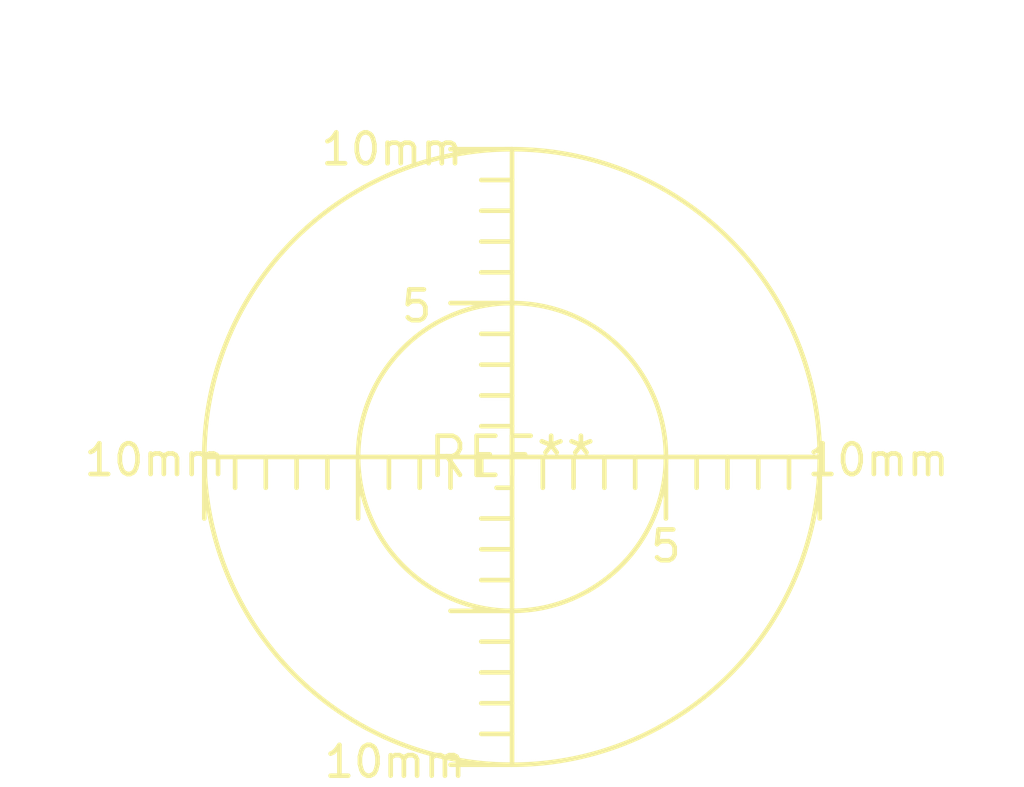
<source format=kicad_pcb>
(kicad_pcb (version 20240108) (generator pcbnew)
  (layers (0 "F.Cu" signal) (31 "B.Cu" signal) (34 "B.Paste" user) (35 "F.Paste" user) (36 "B.SilkS" user "B.Silkscreen") (37 "F.SilkS" user "F.Silkscreen") (38 "B.Mask" user) (39 "F.Mask" user) (44 "Edge.Cuts" user))
  (net 0 "")
  (footprint "Gauge_10mm_Type5_SilkScreenTop" (layer "F.Cu") (at 0 0)
    (property "Reference" "REF**")
    (property "Value" "Gauge_10mm_Type5_SilkScreenTop")
    (fp_line (start -9.99998 0) (end -9.99998 1.99898) (layer "F.SilkS") (stroke (width 0.15)))
    (fp_line (start -8.99922 0) (end -8.99922 1.00076) (layer "F.SilkS") (stroke (width 0.15)))
    (fp_line (start -8.001 0) (end -8.001 1.00076) (layer "F.SilkS") (stroke (width 0.15)))
    (fp_line (start -7.00024 0) (end -7.00024 1.00076) (layer "F.SilkS") (stroke (width 0.15)))
    (fp_line (start -5.99948 0) (end -5.99948 1.00076) (layer "F.SilkS") (stroke (width 0.15)))
    (fp_line (start -5.00126 0) (end -5.00126 1.99898) (layer "F.SilkS") (stroke (width 0.15)))
    (fp_line (start -4.0005 0) (end -4.0005 1.00076) (layer "F.SilkS") (stroke (width 0.15)))
    (fp_line (start -2.99974 0) (end -2.99974 1.00076) (layer "F.SilkS") (stroke (width 0.15)))
    (fp_line (start -1.99898 0) (end -1.99898 1.00076) (layer "F.SilkS") (stroke (width 0.15)))
    (fp_line (start -1.00076 0) (end -1.00076 0.50038) (layer "F.SilkS") (stroke (width 0.15)))
    (fp_line (start 0 -9.99998) (end -1.99898 -9.99998) (layer "F.SilkS") (stroke (width 0.15)))
    (fp_line (start 0 -8.99922) (end -1.00076 -8.99922) (layer "F.SilkS") (stroke (width 0.15)))
    (fp_line (start 0 -8.001) (end -1.00076 -8.001) (layer "F.SilkS") (stroke (width 0.15)))
    (fp_line (start 0 -7.00024) (end -1.00076 -7.00024) (layer "F.SilkS") (stroke (width 0.15)))
    (fp_line (start 0 -5.99948) (end -1.00076 -5.99948) (layer "F.SilkS") (stroke (width 0.15)))
    (fp_line (start 0 -5.00126) (end -1.99898 -5.00126) (layer "F.SilkS") (stroke (width 0.15)))
    (fp_line (start 0 -4.0005) (end -1.00076 -4.0005) (layer "F.SilkS") (stroke (width 0.15)))
    (fp_line (start 0 -2.99974) (end -1.00076 -2.99974) (layer "F.SilkS") (stroke (width 0.15)))
    (fp_line (start 0 -1.99898) (end -1.00076 -1.99898) (layer "F.SilkS") (stroke (width 0.15)))
    (fp_line (start 0 -1.00076) (end -1.00076 -1.00076) (layer "F.SilkS") (stroke (width 0.15)))
    (fp_line (start 0 0) (end -9.99998 0) (layer "F.SilkS") (stroke (width 0.15)))
    (fp_line (start 0 0) (end 0 -9.99998) (layer "F.SilkS") (stroke (width 0.15)))
    (fp_line (start 0 0) (end 0 1.99898) (layer "F.SilkS") (stroke (width 0.15)))
    (fp_line (start 0 0) (end 9.99998 0) (layer "F.SilkS") (stroke (width 0.15)))
    (fp_line (start 0 1.00076) (end -0.50038 1.00076) (layer "F.SilkS") (stroke (width 0.15)))
    (fp_line (start 0 1.99898) (end -1.00076 1.99898) (layer "F.SilkS") (stroke (width 0.15)))
    (fp_line (start 0 1.99898) (end 0 9.99998) (layer "F.SilkS") (stroke (width 0.15)))
    (fp_line (start 0 2.99974) (end -1.00076 2.99974) (layer "F.SilkS") (stroke (width 0.15)))
    (fp_line (start 0 4.0005) (end -1.00076 4.0005) (layer "F.SilkS") (stroke (width 0.15)))
    (fp_line (start 0 5.00126) (end -1.99898 5.00126) (layer "F.SilkS") (stroke (width 0.15)))
    (fp_line (start 0 5.99948) (end -1.00076 5.99948) (layer "F.SilkS") (stroke (width 0.15)))
    (fp_line (start 0 7.00024) (end -1.00076 7.00024) (layer "F.SilkS") (stroke (width 0.15)))
    (fp_line (start 0 8.001) (end -1.00076 8.001) (layer "F.SilkS") (stroke (width 0.15)))
    (fp_line (start 0 8.99922) (end -1.00076 8.99922) (layer "F.SilkS") (stroke (width 0.15)))
    (fp_line (start 0 9.99998) (end -1.99898 9.99998) (layer "F.SilkS") (stroke (width 0.15)))
    (fp_line (start 1.00076 0) (end 1.00076 1.00076) (layer "F.SilkS") (stroke (width 0.15)))
    (fp_line (start 1.99898 0) (end 1.99898 1.00076) (layer "F.SilkS") (stroke (width 0.15)))
    (fp_line (start 2.99974 0) (end 2.99974 1.00076) (layer "F.SilkS") (stroke (width 0.15)))
    (fp_line (start 4.0005 0) (end 4.0005 1.00076) (layer "F.SilkS") (stroke (width 0.15)))
    (fp_line (start 5.00126 0) (end 5.00126 1.99898) (layer "F.SilkS") (stroke (width 0.15)))
    (fp_line (start 5.99948 0) (end 5.99948 1.00076) (layer "F.SilkS") (stroke (width 0.15)))
    (fp_line (start 7.00024 0) (end 7.00024 1.00076) (layer "F.SilkS") (stroke (width 0.15)))
    (fp_line (start 8.001 0) (end 8.001 1.00076) (layer "F.SilkS") (stroke (width 0.15)))
    (fp_line (start 8.99922 0) (end 8.99922 1.00076) (layer "F.SilkS") (stroke (width 0.15)))
    (fp_line (start 9.99998 0) (end 9.99998 1.99898) (layer "F.SilkS") (stroke (width 0.15)))
    (fp_circle (center 0 0) (end 5.00126 0) (layer "F.SilkS") (stroke (width 0.15)) (fill none))
    (fp_circle (center 0 0) (end 9.99998 0) (layer "F.SilkS") (stroke (width 0.15)) (fill none))
    (fp_text user "5" (at 4.99872 2.90068 0) (layer "F.SilkS"))
    (fp_text user "10mm" (at 11.8999 0.09906 0) (layer "F.SilkS"))
    (fp_text user "10mm" (at -3.90144 -9.99998 0) (layer "F.SilkS"))
    (fp_text user "10mm" (at -3.79984 9.90092 0) (layer "F.SilkS"))
    (fp_text user "10mm" (at -11.60018 0.09906 0) (layer "F.SilkS"))
    (fp_text user "5" (at -3.10134 -4.89966 0) (layer "F.SilkS"))
  )
)
</source>
